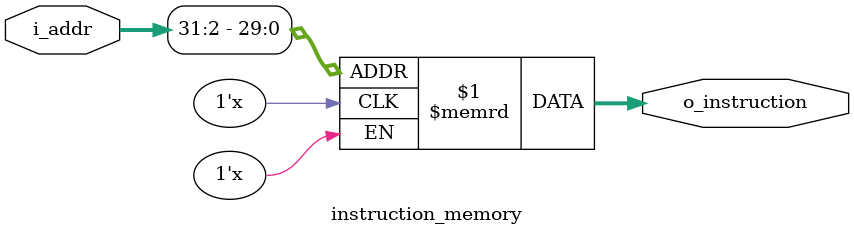
<source format=v>
module instruction_memory(i_addr,
                          o_instruction);
                           
  input    [31:0] i_addr;      
  output   [31:0] o_instruction;
  
  parameter   MEM_WIDTH = 128;// Memory width
  
  reg [31:0]  instr_MEM [MEM_WIDTH - 1:0];
  
  assign o_instruction = instr_MEM[i_addr[31:2]];
    
endmodule

</source>
